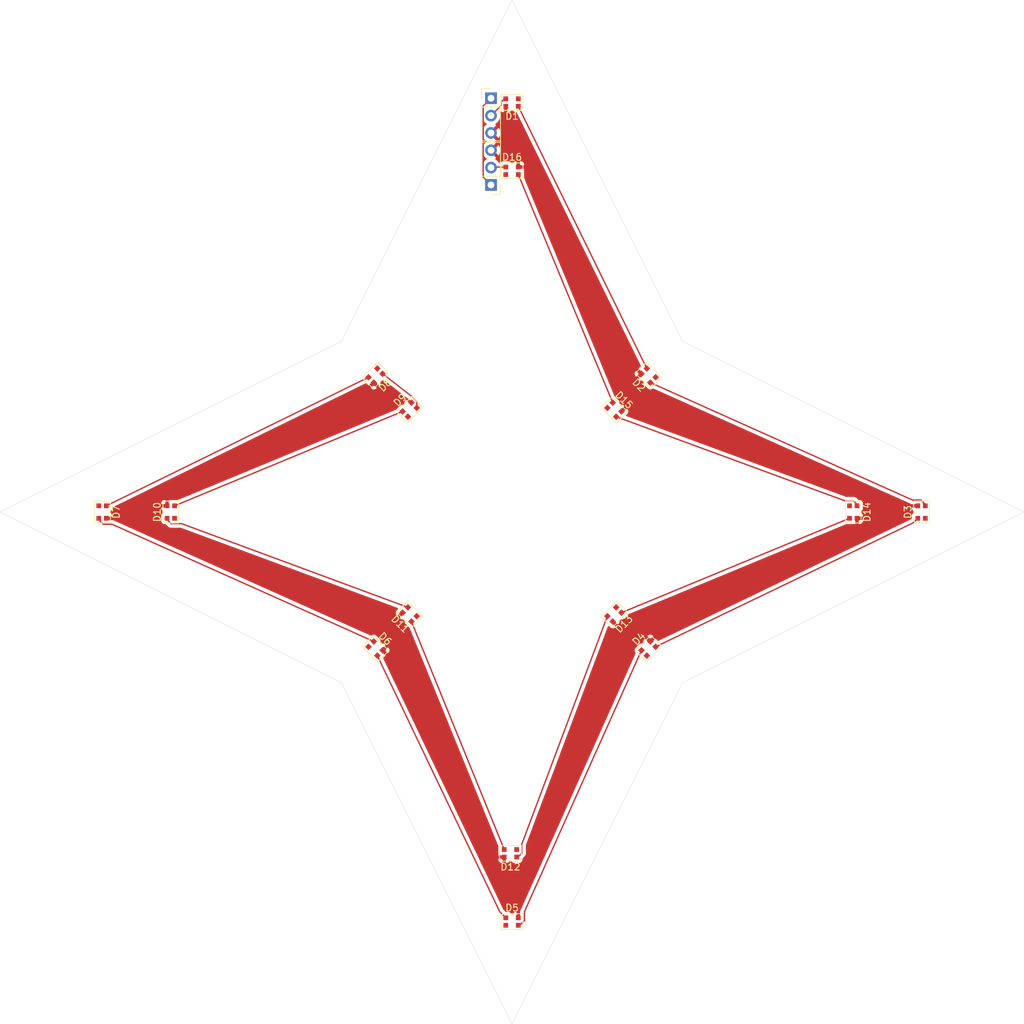
<source format=kicad_pcb>
(kicad_pcb (version 20241229) (generator "pcbnew") (generator_version "9.0")
  (layers (0 "F.Cu" signal) (2 "B.Cu" signal) (13 "F.Paste" user) (15 "B.Paste" user) (5 "F.SilkS" user "F.Silkscreen") (7 "B.SilkS" user "B.Silkscreen") (1 "F.Mask" user) (3 "B.Mask" user) (25 "Edge.Cuts" user))
  (net 0 "")
  (net 1 "GND")
  (net 2 "VDD")
  (net 3 "Net-(D1-DOUT)")
  (net 4 "Net-(D2-DOUT)")
  (net 5 "Net-(D3-DOUT)")
  (net 6 "Net-(D4-DOUT)")
  (net 7 "Net-(D5-DOUT)")
  (net 8 "Net-(D6-DOUT)")
  (net 9 "Net-(D7-DOUT)")
  (net 10 "Net-(D1-DIN)")
  (net 11 "Net-(D8-DOUT)")
  (net 12 "Net-(D10-DIN)")
  (net 13 "Net-(D10-DOUT)")
  (net 14 "Net-(D11-DOUT)")
  (net 15 "Net-(D12-DOUT)")
  (net 16 "Net-(D13-DOUT)")
  (net 17 "Net-(D14-DOUT)")
  (net 18 "Net-(D15-DOUT)")
  (net 19 "Net-(D16-DOUT)")
  (footprint "LED_SMD:LED_WS2812B-2020_PLCC4_2.0x2.0mm" (layer "F.Cu") (at 124.765 150 180)
    (property "Reference" "D12" (at 0 -2 0) (layer "F.SilkS"))
    (property "Value" "WS2812B-2020" (hide yes))
    (fp_line (start 1.6 -1.15) (end 1.6 1.15) (stroke (width 0.12)) (layer "F.SilkS"))
    (fp_line (start -1.3 -1.15) (end 1.6 -1.15) (stroke (width 0.12)) (layer "F.SilkS"))
    (fp_line (start -1.3 -1.15) (end -1.6 -0.85) (stroke (width 0.12)) (layer "F.SilkS"))
    (fp_line (start -1.6 1.15) (end 1.6 1.15) (stroke (width 0.12)) (layer "F.SilkS"))
    (fp_line (start -1.6 1.15) (end -1.6 -0.85) (stroke (width 0.12)) (layer "F.SilkS"))
    (pad "1" smd rect (at -0.915 -0.55 180) (size 0.7 0.7) (layers "F.Cu" "F.Mask" "F.Paste") (net 15 "Net-(D12-DOUT)"))
    (pad "2" smd rect (at -0.915 0.55 180) (size 0.7 0.7) (layers "F.Cu" "F.Mask" "F.Paste") (net 1 "GND"))
    (pad "3" smd rect (at 0.915 0.55 180) (size 0.7 0.7) (layers "F.Cu" "F.Mask" "F.Paste") (net 14 "Net-(D11-DOUT)"))
    (pad "4" smd rect (at 0.915 -0.55 180) (size 0.7 0.7) (layers "F.Cu" "F.Mask" "F.Paste") (net 2 "VDD"))
  )
  (footprint "LED_SMD:LED_WS2812B-2020_PLCC4_2.0x2.0mm" (layer "F.Cu") (at 110 85 45)
    (property "Reference" "D9" (at 0 -2.000001 45) (layer "F.SilkS"))
    (property "Value" "WS2812B-2020" (hide yes))
    (fp_line (start -1.3 -1.15) (end -1.6 -0.85) (stroke (width 0.12)) (layer "F.SilkS"))
    (fp_line (start -1.3 -1.15) (end 1.6 -1.15) (stroke (width 0.12)) (layer "F.SilkS"))
    (fp_line (start -1.6 1.15) (end -1.6 -0.85) (stroke (width 0.12)) (layer "F.SilkS"))
    (fp_line (start -1.6 1.15) (end 1.6 1.15) (stroke (width 0.12)) (layer "F.SilkS"))
    (fp_line (start 1.6 -1.15) (end 1.6 1.15) (stroke (width 0.12)) (layer "F.SilkS"))
    (pad "1" smd rect (at -0.915 -0.55 45) (size 0.7 0.7) (layers "F.Cu" "F.Mask" "F.Paste") (net 12 "Net-(D10-DIN)"))
    (pad "2" smd rect (at -0.915 0.55 45) (size 0.7 0.7) (layers "F.Cu" "F.Mask" "F.Paste") (net 1 "GND"))
    (pad "3" smd rect (at 0.915 0.55 45) (size 0.7 0.7) (layers "F.Cu" "F.Mask" "F.Paste") (net 11 "Net-(D8-DOUT)"))
    (pad "4" smd rect (at 0.915 -0.55 45) (size 0.7 0.7) (layers "F.Cu" "F.Mask" "F.Paste") (net 2 "VDD"))
  )
  (footprint "LED_SMD:LED_WS2812B-2020_PLCC4_2.0x2.0mm" (layer "F.Cu") (at 145 120 45)
    (property "Reference" "D4" (at 0 -2.000001 45) (layer "F.SilkS"))
    (property "Value" "WS2812B-2020" (hide yes))
    (fp_line (start -1.3 -1.15) (end -1.6 -0.85) (stroke (width 0.12)) (layer "F.SilkS"))
    (fp_line (start -1.3 -1.15) (end 1.6 -1.15) (stroke (width 0.12)) (layer "F.SilkS"))
    (fp_line (start -1.6 1.15) (end -1.6 -0.85) (stroke (width 0.12)) (layer "F.SilkS"))
    (fp_line (start -1.6 1.15) (end 1.6 1.15) (stroke (width 0.12)) (layer "F.SilkS"))
    (fp_line (start 1.6 -1.15) (end 1.6 1.15) (stroke (width 0.12)) (layer "F.SilkS"))
    (pad "1" smd rect (at -0.915 -0.55 45) (size 0.7 0.7) (layers "F.Cu" "F.Mask" "F.Paste") (net 6 "Net-(D4-DOUT)"))
    (pad "2" smd rect (at -0.915 0.55 45) (size 0.7 0.7) (layers "F.Cu" "F.Mask" "F.Paste") (net 1 "GND"))
    (pad "3" smd rect (at 0.915 0.55 45) (size 0.7 0.7) (layers "F.Cu" "F.Mask" "F.Paste") (net 5 "Net-(D3-DOUT)"))
    (pad "4" smd rect (at 0.915 -0.55 45) (size 0.7 0.7) (layers "F.Cu" "F.Mask" "F.Paste") (net 2 "VDD"))
  )
  (footprint "LED_SMD:LED_WS2812B-2020_PLCC4_2.0x2.0mm" (layer "F.Cu") (at 125 40 180)
    (property "Reference" "D1" (at 0 -2 0) (layer "F.SilkS"))
    (property "Value" "WS2812B-2020" (hide yes))
    (fp_line (start 1.6 -1.15) (end 1.6 1.15) (stroke (width 0.12)) (layer "F.SilkS"))
    (fp_line (start -1.3 -1.15) (end 1.6 -1.15) (stroke (width 0.12)) (layer "F.SilkS"))
    (fp_line (start -1.3 -1.15) (end -1.6 -0.85) (stroke (width 0.12)) (layer "F.SilkS"))
    (fp_line (start -1.6 1.15) (end 1.6 1.15) (stroke (width 0.12)) (layer "F.SilkS"))
    (fp_line (start -1.6 1.15) (end -1.6 -0.85) (stroke (width 0.12)) (layer "F.SilkS"))
    (pad "1" smd rect (at -0.915 -0.55 180) (size 0.7 0.7) (layers "F.Cu" "F.Mask" "F.Paste") (net 3 "Net-(D1-DOUT)"))
    (pad "2" smd rect (at -0.915 0.55 180) (size 0.7 0.7) (layers "F.Cu" "F.Mask" "F.Paste") (net 1 "GND"))
    (pad "3" smd rect (at 0.915 0.55 180) (size 0.7 0.7) (layers "F.Cu" "F.Mask" "F.Paste") (net 10 "Net-(D1-DIN)"))
    (pad "4" smd rect (at 0.915 -0.55 180) (size 0.7 0.7) (layers "F.Cu" "F.Mask" "F.Paste") (net 2 "VDD"))
  )
  (footprint "LED_SMD:LED_WS2812B-2020_PLCC4_2.0x2.0mm" (layer "F.Cu") (at 175 100 -90)
    (property "Reference" "D14" (at 0 -2 90) (layer "F.SilkS"))
    (property "Value" "WS2812B-2020" (hide yes))
    (fp_line (start -1.6 1.15) (end 1.6 1.15) (stroke (width 0.12)) (layer "F.SilkS"))
    (fp_line (start -1.6 1.15) (end -1.6 -0.85) (stroke (width 0.12)) (layer "F.SilkS"))
    (fp_line (start -1.3 -1.15) (end -1.6 -0.85) (stroke (width 0.12)) (layer "F.SilkS"))
    (fp_line (start -1.3 -1.15) (end 1.6 -1.15) (stroke (width 0.12)) (layer "F.SilkS"))
    (fp_line (start 1.6 -1.15) (end 1.6 1.15) (stroke (width 0.12)) (layer "F.SilkS"))
    (pad "1" smd rect (at -0.915 -0.55 270) (size 0.7 0.7) (layers "F.Cu" "F.Mask" "F.Paste") (net 17 "Net-(D14-DOUT)"))
    (pad "2" smd rect (at -0.915 0.55 270) (size 0.7 0.7) (layers "F.Cu" "F.Mask" "F.Paste") (net 1 "GND"))
    (pad "3" smd rect (at 0.915 0.55 270) (size 0.7 0.7) (layers "F.Cu" "F.Mask" "F.Paste") (net 16 "Net-(D13-DOUT)"))
    (pad "4" smd rect (at 0.915 -0.55 270) (size 0.7 0.7) (layers "F.Cu" "F.Mask" "F.Paste") (net 2 "VDD"))
  )
  (footprint "LED_SMD:LED_WS2812B-2020_PLCC4_2.0x2.0mm" (layer "F.Cu") (at 110 115 135)
    (property "Reference" "D11" (at 0 -2.000001 135) (layer "F.SilkS"))
    (property "Value" "WS2812B-2020" (hide yes))
    (fp_line (start 1.6 -1.15) (end 1.6 1.15) (stroke (width 0.12)) (layer "F.SilkS"))
    (fp_line (start -1.3 -1.15) (end 1.6 -1.15) (stroke (width 0.12)) (layer "F.SilkS"))
    (fp_line (start -1.3 -1.15) (end -1.6 -0.85) (stroke (width 0.12)) (layer "F.SilkS"))
    (fp_line (start -1.6 1.15) (end 1.6 1.15) (stroke (width 0.12)) (layer "F.SilkS"))
    (fp_line (start -1.6 1.15) (end -1.6 -0.85) (stroke (width 0.12)) (layer "F.SilkS"))
    (pad "1" smd rect (at -0.915 -0.55 135) (size 0.7 0.7) (layers "F.Cu" "F.Mask" "F.Paste") (net 14 "Net-(D11-DOUT)"))
    (pad "2" smd rect (at -0.915 0.55 135) (size 0.7 0.7) (layers "F.Cu" "F.Mask" "F.Paste") (net 1 "GND"))
    (pad "3" smd rect (at 0.915 0.55 135) (size 0.7 0.7) (layers "F.Cu" "F.Mask" "F.Paste") (net 13 "Net-(D10-DOUT)"))
    (pad "4" smd rect (at 0.915 -0.55 135) (size 0.7 0.7) (layers "F.Cu" "F.Mask" "F.Paste") (net 2 "VDD"))
  )
  (footprint "LED_SMD:LED_WS2812B-2020_PLCC4_2.0x2.0mm" (layer "F.Cu") (at 185 100 90)
    (property "Reference" "D3" (at 0 -2 90) (layer "F.SilkS"))
    (property "Value" "WS2812B-2020" (hide yes))
    (fp_line (start 1.6 -1.15) (end 1.6 1.15) (stroke (width 0.12)) (layer "F.SilkS"))
    (fp_line (start -1.3 -1.15) (end 1.6 -1.15) (stroke (width 0.12)) (layer "F.SilkS"))
    (fp_line (start -1.3 -1.15) (end -1.6 -0.85) (stroke (width 0.12)) (layer "F.SilkS"))
    (fp_line (start -1.6 1.15) (end -1.6 -0.85) (stroke (width 0.12)) (layer "F.SilkS"))
    (fp_line (start -1.6 1.15) (end 1.6 1.15) (stroke (width 0.12)) (layer "F.SilkS"))
    (pad "1" smd rect (at -0.915 -0.55 90) (size 0.7 0.7) (layers "F.Cu" "F.Mask" "F.Paste") (net 5 "Net-(D3-DOUT)"))
    (pad "2" smd rect (at -0.915 0.55 90) (size 0.7 0.7) (layers "F.Cu" "F.Mask" "F.Paste") (net 1 "GND"))
    (pad "3" smd rect (at 0.915 0.55 90) (size 0.7 0.7) (layers "F.Cu" "F.Mask" "F.Paste") (net 4 "Net-(D2-DOUT)"))
    (pad "4" smd rect (at 0.915 -0.55 90) (size 0.7 0.7) (layers "F.Cu" "F.Mask" "F.Paste") (net 2 "VDD"))
  )
  (footprint "Connector_PinHeader_2.54mm:PinHeader_1x03_P2.54mm_Vertical" (layer "F.Cu") (at 121.92 52.07 180)
    (property "Reference" "J2" (hide yes))
    (property "Value" "Conn_01x03_Pin" (hide yes))
    (fp_line (start 1.38 1.27) (end 1.38 6.46) (stroke (width 0.12)) (layer "F.SilkS"))
    (fp_line (start -1.379999 0) (end -1.38 -1.38) (stroke (width 0.12)) (layer "F.SilkS"))
    (fp_line (start -1.38 6.46) (end 1.38 6.46) (stroke (width 0.12)) (layer "F.SilkS"))
    (fp_line (start -1.38 1.27) (end 1.38 1.27) (stroke (width 0.12)) (layer "F.SilkS"))
    (fp_line (start -1.38 1.27) (end -1.38 6.46) (stroke (width 0.12)) (layer "F.SilkS"))
    (fp_line (start -1.38 -1.38) (end 0 -1.379999) (stroke (width 0.12)) (layer "F.SilkS"))
    (pad "1" thru_hole rect (at 0 0 180) (size 1.7 1.7) (drill 1) (layers "*.Cu" "*.Mask") (net 1 "GND"))
    (pad "2" thru_hole circle (at 0 2.54 180) (size 1.7 1.7) (drill 1) (layers "*.Cu" "*.Mask") (net 19 "Net-(D16-DOUT)"))
    (pad "3" thru_hole circle (at 0 5.079999 180) (size 1.7 1.7) (drill 1) (layers "*.Cu" "*.Mask") (net 2 "VDD"))
  )
  (footprint "LED_SMD:LED_WS2812B-2020_PLCC4_2.0x2.0mm" (layer "F.Cu") (at 105 80 -135)
    (property "Reference" "D8" (at 0 -2.000001 225) (layer "F.SilkS"))
    (property "Value" "WS2812B-2020" (hide yes))
    (fp_line (start 1.6 -1.15) (end 1.6 1.15) (stroke (width 0.12)) (layer "F.SilkS"))
    (fp_line (start -1.6 1.15) (end 1.6 1.15) (stroke (width 0.12)) (layer "F.SilkS"))
    (fp_line (start -1.6 1.15) (end -1.6 -0.85) (stroke (width 0.12)) (layer "F.SilkS"))
    (fp_line (start -1.3 -1.15) (end 1.6 -1.15) (stroke (width 0.12)) (layer "F.SilkS"))
    (fp_line (start -1.3 -1.15) (end -1.6 -0.85) (stroke (width 0.12)) (layer "F.SilkS"))
    (pad "1" smd rect (at -0.915 -0.55 225) (size 0.7 0.7) (layers "F.Cu" "F.Mask" "F.Paste") (net 11 "Net-(D8-DOUT)"))
    (pad "2" smd rect (at -0.915 0.55 225) (size 0.7 0.7) (layers "F.Cu" "F.Mask" "F.Paste") (net 1 "GND"))
    (pad "3" smd rect (at 0.915 0.55 225) (size 0.7 0.7) (layers "F.Cu" "F.Mask" "F.Paste") (net 9 "Net-(D7-DOUT)"))
    (pad "4" smd rect (at 0.915 -0.55 225) (size 0.7 0.7) (layers "F.Cu" "F.Mask" "F.Paste") (net 2 "VDD"))
  )
  (footprint "LED_SMD:LED_WS2812B-2020_PLCC4_2.0x2.0mm" (layer "F.Cu") (at 140 115 -135)
    (property "Reference" "D13" (at 0 -2.000001 45) (layer "F.SilkS"))
    (property "Value" "WS2812B-2020" (hide yes))
    (fp_line (start 1.6 -1.15) (end 1.6 1.15) (stroke (width 0.12)) (layer "F.SilkS"))
    (fp_line (start -1.6 1.15) (end 1.6 1.15) (stroke (width 0.12)) (layer "F.SilkS"))
    (fp_line (start -1.6 1.15) (end -1.6 -0.85) (stroke (width 0.12)) (layer "F.SilkS"))
    (fp_line (start -1.3 -1.15) (end 1.6 -1.15) (stroke (width 0.12)) (layer "F.SilkS"))
    (fp_line (start -1.3 -1.15) (end -1.6 -0.85) (stroke (width 0.12)) (layer "F.SilkS"))
    (pad "1" smd rect (at -0.915 -0.55 225) (size 0.7 0.7) (layers "F.Cu" "F.Mask" "F.Paste") (net 16 "Net-(D13-DOUT)"))
    (pad "2" smd rect (at -0.915 0.55 225) (size 0.7 0.7) (layers "F.Cu" "F.Mask" "F.Paste") (net 1 "GND"))
    (pad "3" smd rect (at 0.915 0.55 225) (size 0.7 0.7) (layers "F.Cu" "F.Mask" "F.Paste") (net 15 "Net-(D12-DOUT)"))
    (pad "4" smd rect (at 0.915 -0.55 225) (size 0.7 0.7) (layers "F.Cu" "F.Mask" "F.Paste") (net 2 "VDD"))
  )
  (footprint "LED_SMD:LED_WS2812B-2020_PLCC4_2.0x2.0mm" (layer "F.Cu") (at 125 50)
    (property "Reference" "D16" (at 0 -2 0) (layer "F.SilkS"))
    (property "Value" "WS2812B-2020" (hide yes))
    (fp_line (start -1.6 1.15) (end -1.6 -0.85) (stroke (width 0.12)) (layer "F.SilkS"))
    (fp_line (start -1.6 1.15) (end 1.6 1.15) (stroke (width 0.12)) (layer "F.SilkS"))
    (fp_line (start -1.3 -1.15) (end -1.6 -0.85) (stroke (width 0.12)) (layer "F.SilkS"))
    (fp_line (start -1.3 -1.15) (end 1.6 -1.15) (stroke (width 0.12)) (layer "F.SilkS"))
    (fp_line (start 1.6 -1.15) (end 1.6 1.15) (stroke (width 0.12)) (layer "F.SilkS"))
    (pad "1" smd rect (at -0.915 -0.55) (size 0.7 0.7) (layers "F.Cu" "F.Mask" "F.Paste") (net 19 "Net-(D16-DOUT)"))
    (pad "2" smd rect (at -0.915 0.55) (size 0.7 0.7) (layers "F.Cu" "F.Mask" "F.Paste") (net 1 "GND"))
    (pad "3" smd rect (at 0.915 0.55) (size 0.7 0.7) (layers "F.Cu" "F.Mask" "F.Paste") (net 18 "Net-(D15-DOUT)"))
    (pad "4" smd rect (at 0.915 -0.55) (size 0.7 0.7) (layers "F.Cu" "F.Mask" "F.Paste") (net 2 "VDD"))
  )
  (footprint "LED_SMD:LED_WS2812B-2020_PLCC4_2.0x2.0mm" (layer "F.Cu") (at 105 120 -45)
    (property "Reference" "D6" (at 0 -2.000001 315) (layer "F.SilkS"))
    (property "Value" "WS2812B-2020" (hide yes))
    (fp_line (start -1.6 1.15) (end -1.6 -0.85) (stroke (width 0.12)) (layer "F.SilkS"))
    (fp_line (start -1.6 1.15) (end 1.6 1.15) (stroke (width 0.12)) (layer "F.SilkS"))
    (fp_line (start -1.3 -1.15) (end -1.6 -0.85) (stroke (width 0.12)) (layer "F.SilkS"))
    (fp_line (start -1.3 -1.15) (end 1.6 -1.15) (stroke (width 0.12)) (layer "F.SilkS"))
    (fp_line (start 1.6 -1.15) (end 1.6 1.15) (stroke (width 0.12)) (layer "F.SilkS"))
    (pad "1" smd rect (at -0.915 -0.55 315) (size 0.7 0.7) (layers "F.Cu" "F.Mask" "F.Paste") (net 8 "Net-(D6-DOUT)"))
    (pad "2" smd rect (at -0.915 0.55 315) (size 0.7 0.7) (layers "F.Cu" "F.Mask" "F.Paste") (net 1 "GND"))
    (pad "3" smd rect (at 0.915 0.55 315) (size 0.7 0.7) (layers "F.Cu" "F.Mask" "F.Paste") (net 7 "Net-(D5-DOUT)"))
    (pad "4" smd rect (at 0.915 -0.55 315) (size 0.7 0.7) (layers "F.Cu" "F.Mask" "F.Paste") (net 2 "VDD"))
  )
  (footprint "LED_SMD:LED_WS2812B-2020_PLCC4_2.0x2.0mm" (layer "F.Cu") (at 65 100 -90)
    (property "Reference" "D7" (at 0 -2 90) (layer "F.SilkS"))
    (property "Value" "WS2812B-2020" (hide yes))
    (fp_line (start -1.6 1.15) (end 1.6 1.15) (stroke (width 0.12)) (layer "F.SilkS"))
    (fp_line (start -1.6 1.15) (end -1.6 -0.85) (stroke (width 0.12)) (layer "F.SilkS"))
    (fp_line (start -1.3 -1.15) (end -1.6 -0.85) (stroke (width 0.12)) (layer "F.SilkS"))
    (fp_line (start -1.3 -1.15) (end 1.6 -1.15) (stroke (width 0.12)) (layer "F.SilkS"))
    (fp_line (start 1.6 -1.15) (end 1.6 1.15) (stroke (width 0.12)) (layer "F.SilkS"))
    (pad "1" smd rect (at -0.915 -0.55 270) (size 0.7 0.7) (layers "F.Cu" "F.Mask" "F.Paste") (net 9 "Net-(D7-DOUT)"))
    (pad "2" smd rect (at -0.915 0.55 270) (size 0.7 0.7) (layers "F.Cu" "F.Mask" "F.Paste") (net 1 "GND"))
    (pad "3" smd rect (at 0.915 0.55 270) (size 0.7 0.7) (layers "F.Cu" "F.Mask" "F.Paste") (net 8 "Net-(D6-DOUT)"))
    (pad "4" smd rect (at 0.915 -0.55 270) (size 0.7 0.7) (layers "F.Cu" "F.Mask" "F.Paste") (net 2 "VDD"))
  )
  (footprint "LED_SMD:LED_WS2812B-2020_PLCC4_2.0x2.0mm" (layer "F.Cu") (at 125 160)
    (property "Reference" "D5" (at 0 -2 0) (layer "F.SilkS"))
    (property "Value" "WS2812B-2020" (hide yes))
    (fp_line (start -1.6 1.15) (end -1.6 -0.85) (stroke (width 0.12)) (layer "F.SilkS"))
    (fp_line (start -1.6 1.15) (end 1.6 1.15) (stroke (width 0.12)) (layer "F.SilkS"))
    (fp_line (start -1.3 -1.15) (end -1.6 -0.85) (stroke (width 0.12)) (layer "F.SilkS"))
    (fp_line (start -1.3 -1.15) (end 1.6 -1.15) (stroke (width 0.12)) (layer "F.SilkS"))
    (fp_line (start 1.6 -1.15) (end 1.6 1.15) (stroke (width 0.12)) (layer "F.SilkS"))
    (pad "1" smd rect (at -0.915 -0.55) (size 0.7 0.7) (layers "F.Cu" "F.Mask" "F.Paste") (net 7 "Net-(D5-DOUT)"))
    (pad "2" smd rect (at -0.915 0.55) (size 0.7 0.7) (layers "F.Cu" "F.Mask" "F.Paste") (net 1 "GND"))
    (pad "3" smd rect (at 0.915 0.55) (size 0.7 0.7) (layers "F.Cu" "F.Mask" "F.Paste") (net 6 "Net-(D4-DOUT)"))
    (pad "4" smd rect (at 0.915 -0.55) (size 0.7 0.7) (layers "F.Cu" "F.Mask" "F.Paste") (net 2 "VDD"))
  )
  (footprint "LED_SMD:LED_WS2812B-2020_PLCC4_2.0x2.0mm" (layer "F.Cu") (at 140 85 -45)
    (property "Reference" "D15" (at 0 -2.000001 135) (layer "F.SilkS"))
    (property "Value" "WS2812B-2020" (hide yes))
    (fp_line (start -1.6 1.15) (end -1.6 -0.85) (stroke (width 0.12)) (layer "F.SilkS"))
    (fp_line (start -1.6 1.15) (end 1.6 1.15) (stroke (width 0.12)) (layer "F.SilkS"))
    (fp_line (start -1.3 -1.15) (end -1.6 -0.85) (stroke (width 0.12)) (layer "F.SilkS"))
    (fp_line (start -1.3 -1.15) (end 1.6 -1.15) (stroke (width 0.12)) (layer "F.SilkS"))
    (fp_line (start 1.6 -1.15) (end 1.6 1.15) (stroke (width 0.12)) (layer "F.SilkS"))
    (pad "1" smd rect (at -0.915 -0.55 315) (size 0.7 0.7) (layers "F.Cu" "F.Mask" "F.Paste") (net 18 "Net-(D15-DOUT)"))
    (pad "2" smd rect (at -0.915 0.55 315) (size 0.7 0.7) (layers "F.Cu" "F.Mask" "F.Paste") (net 1 "GND"))
    (pad "3" smd rect (at 0.915 0.55 315) (size 0.7 0.7) (layers "F.Cu" "F.Mask" "F.Paste") (net 17 "Net-(D14-DOUT)"))
    (pad "4" smd rect (at 0.915 -0.55 315) (size 0.7 0.7) (layers "F.Cu" "F.Mask" "F.Paste") (net 2 "VDD"))
  )
  (footprint "LED_SMD:LED_WS2812B-2020_PLCC4_2.0x2.0mm" (layer "F.Cu") (at 145 80 135)
    (property "Reference" "D2" (at 0 -2.000001 135) (layer "F.SilkS"))
    (property "Value" "WS2812B-2020" (hide yes))
    (fp_line (start 1.6 -1.15) (end 1.6 1.15) (stroke (width 0.12)) (layer "F.SilkS"))
    (fp_line (start -1.3 -1.15) (end 1.6 -1.15) (stroke (width 0.12)) (layer "F.SilkS"))
    (fp_line (start -1.3 -1.15) (end -1.6 -0.85) (stroke (width 0.12)) (layer "F.SilkS"))
    (fp_line (start -1.6 1.15) (end 1.6 1.15) (stroke (width 0.12)) (layer "F.SilkS"))
    (fp_line (start -1.6 1.15) (end -1.6 -0.85) (stroke (width 0.12)) (layer "F.SilkS"))
    (pad "1" smd rect (at -0.915 -0.55 135) (size 0.7 0.7) (layers "F.Cu" "F.Mask" "F.Paste") (net 4 "Net-(D2-DOUT)"))
    (pad "2" smd rect (at -0.915 0.55 135) (size 0.7 0.7) (layers "F.Cu" "F.Mask" "F.Paste") (net 1 "GND"))
    (pad "3" smd rect (at 0.915 0.55 135) (size 0.7 0.7) (layers "F.Cu" "F.Mask" "F.Paste") (net 3 "Net-(D1-DOUT)"))
    (pad "4" smd rect (at 0.915 -0.55 135) (size 0.7 0.7) (layers "F.Cu" "F.Mask" "F.Paste") (net 2 "VDD"))
  )
  (footprint "Connector_PinHeader_2.54mm:PinHeader_1x03_P2.54mm_Vertical" (layer "F.Cu") (at 121.92 39.37)
    (property "Reference" "J1" (hide yes))
    (property "Value" "Conn_01x03_Pin" (hide yes))
    (fp_line (start -1.38 -1.38) (end 0 -1.38) (stroke (width 0.12)) (layer "F.SilkS"))
    (fp_line (start -1.38 0) (end -1.38 -1.38) (stroke (width 0.12)) (layer "F.SilkS"))
    (fp_line (start -1.38 1.27) (end -1.38 6.46) (stroke (width 0.12)) (layer "F.SilkS"))
    (fp_line (start -1.38 1.27) (end 1.38 1.27) (stroke (width 0.12)) (layer "F.SilkS"))
    (fp_line (start -1.38 6.46) (end 1.38 6.46) (stroke (width 0.12)) (layer "F.SilkS"))
    (fp_line (start 1.38 1.27) (end 1.38 6.46) (stroke (width 0.12)) (layer "F.SilkS"))
    (pad "1" thru_hole rect (at 0 0) (size 1.7 1.7) (drill 1) (layers "*.Cu" "*.Mask") (net 1 "GND"))
    (pad "2" thru_hole circle (at 0 2.54) (size 1.7 1.7) (drill 1) (layers "*.Cu" "*.Mask") (net 10 "Net-(D1-DIN)"))
    (pad "3" thru_hole circle (at 0 5.08) (size 1.7 1.7) (drill 1) (layers "*.Cu" "*.Mask") (net 2 "VDD"))
  )
  (footprint "LED_SMD:LED_WS2812B-2020_PLCC4_2.0x2.0mm" (layer "F.Cu") (at 75 100 90)
    (property "Reference" "D10" (at 0 -2 90) (layer "F.SilkS"))
    (property "Value" "WS2812B-2020" (hide yes))
    (fp_line (start 1.6 -1.15) (end 1.6 1.15) (stroke (width 0.12)) (layer "F.SilkS"))
    (fp_line (start -1.3 -1.15) (end 1.6 -1.15) (stroke (width 0.12)) (layer "F.SilkS"))
    (fp_line (start -1.3 -1.15) (end -1.6 -0.85) (stroke (width 0.12)) (layer "F.SilkS"))
    (fp_line (start -1.6 1.15) (end -1.6 -0.85) (stroke (width 0.12)) (layer "F.SilkS"))
    (fp_line (start -1.6 1.15) (end 1.6 1.15) (stroke (width 0.12)) (layer "F.SilkS"))
    (pad "1" smd rect (at -0.915 -0.55 90) (size 0.7 0.7) (layers "F.Cu" "F.Mask" "F.Paste") (net 13 "Net-(D10-DOUT)"))
    (pad "2" smd rect (at -0.915 0.55 90) (size 0.7 0.7) (layers "F.Cu" "F.Mask" "F.Paste") (net 1 "GND"))
    (pad "3" smd rect (at 0.915 0.55 90) (size 0.7 0.7) (layers "F.Cu" "F.Mask" "F.Paste") (net 12 "Net-(D10-DIN)"))
    (pad "4" smd rect (at 0.915 -0.55 90) (size 0.7 0.7) (layers "F.Cu" "F.Mask" "F.Paste") (net 2 "VDD"))
  )
  (gr_poly (pts (xy 125 175) (xy 150 125) (xy 200 100) (xy 150 75) (xy 125 25) (xy 100 75) (xy 50 100) (xy 100 125)) (stroke (width 0.05)) (fill no) (layer "Edge.Cuts"))
  (segment (start 120.769 50.919) (end 121.92 52.07) (width 0.2) (layer "F.Cu") (net 1))
  (segment (start 120.769 40.521) (end 120.769 50.919) (width 0.2) (layer "F.Cu") (net 1))
  (segment (start 121.92 39.37) (end 120.769 40.521) (width 0.2) (layer "F.Cu") (net 1))
  (segment (start 125.915 40.55) (end 144.741906 78.964089) (width 0.2) (layer "F.Cu") (net 3))
  (segment (start 183.68939 98.248449) (end 184.915449 98.248449) (width 0.2) (layer "F.Cu") (net 4))
  (segment (start 185.55 98.883) (end 185.55 99.085) (width 0.2) (layer "F.Cu") (net 4))
  (segment (start 184.915449 98.248449) (end 185.55 98.883) (width 0.2) (layer "F.Cu") (net 4))
  (segment (start 145.258094 81.035911) (end 183.68939 98.248449) (width 0.2) (layer "F.Cu") (net 4))
  (segment (start 184.45 100.915) (end 183.799 101.566) (width 0.2) (layer "F.Cu") (net 5))
  (segment (start 183.799 101.566) (end 146.035911 119.741906) (width 0.2) (layer "F.Cu") (net 5))
  (segment (start 143.964089 120.258094) (end 126.819742 158.550452) (width 0.2) (layer "F.Cu") (net 6))
  (segment (start 126.819742 158.550452) (end 126.819742 159.847258) (width 0.2) (layer "F.Cu") (net 6))
  (segment (start 126.819742 159.847258) (end 126.117 160.55) (width 0.2) (layer "F.Cu") (net 6))
  (segment (start 126.117 160.55) (end 125.915 160.55) (width 0.2) (layer "F.Cu") (net 6))
  (segment (start 123.199 158.564) (end 105.258094 121.035911) (width 0.2) (layer "F.Cu") (net 7))
  (segment (start 124.085 159.45) (end 123.199 158.564) (width 0.2) (layer "F.Cu") (net 7))
  (segment (start 104.741906 118.964089) (end 66.394083 101.789833) (width 0.2) (layer "F.Cu") (net 8))
  (segment (start 66.394083 101.789833) (end 65.122833 101.789833) (width 0.2) (layer "F.Cu") (net 8))
  (segment (start 65.122833 101.789833) (end 64.45 101.117) (width 0.2) (layer "F.Cu") (net 8))
  (segment (start 64.45 101.117) (end 64.45 100.915) (width 0.2) (layer "F.Cu") (net 8))
  (segment (start 65.55 99.085) (end 103.964089 80.258094) (width 0.2) (layer "F.Cu") (net 9))
  (segment (start 123.883 39.45) (end 124.085 39.45) (width 0.2) (layer "F.Cu") (net 10))
  (segment (start 123.434 39.899) (end 123.883 39.45) (width 0.2) (layer "F.Cu") (net 10))
  (segment (start 121.92 41.91) (end 123.434 40.396) (width 0.2) (layer "F.Cu") (net 10))
  (segment (start 123.434 40.396) (end 123.434 39.899) (width 0.2) (layer "F.Cu") (net 10))
  (segment (start 111.054069 83.800827) (end 111.054069 84.723748) (width 0.2) (layer "F.Cu") (net 11))
  (segment (start 106.035911 79.741906) (end 110.30272 83.049478) (width 0.2) (layer "F.Cu") (net 11))
  (segment (start 110.30272 83.049478) (end 111.054069 83.800827) (width 0.2) (layer "F.Cu") (net 11))
  (segment (start 111.054069 84.723748) (end 111.035911 84.741906) (width 0.2) (layer "F.Cu") (net 11))
  (segment (start 108.964089 85.258094) (end 75.55 99.085) (width 0.2) (layer "F.Cu") (net 12))
  (segment (start 74.45 101.117) (end 74.45 100.915) (width 0.2) (layer "F.Cu") (net 13))
  (segment (start 75.031578 101.698578) (end 74.45 101.117) (width 0.2) (layer "F.Cu") (net 13))
  (segment (start 76.568157 101.698578) (end 75.031578 101.698578) (width 0.2) (layer "F.Cu") (net 13))
  (segment (start 109.741906 113.964089) (end 76.568157 101.698578) (width 0.2) (layer "F.Cu") (net 13))
  (segment (start 110.258094 116.035911) (end 123.85 149.45) (width 0.2) (layer "F.Cu") (net 14))
  (segment (start 138.964089 115.258094) (end 126.425548 148.674212) (width 0.2) (layer "F.Cu") (net 15))
  (segment (start 126.425548 150.006452) (end 125.882 150.55) (width 0.2) (layer "F.Cu") (net 15))
  (segment (start 126.425548 148.674212) (end 126.425548 150.006452) (width 0.2) (layer "F.Cu") (net 15))
  (segment (start 125.882 150.55) (end 125.68 150.55) (width 0.2) (layer "F.Cu") (net 15))
  (segment (start 141.035911 114.741906) (end 174.45 100.915) (width 0.2) (layer "F.Cu") (net 16))
  (segment (start 175.55 98.883) (end 175.55 99.085) (width 0.2) (layer "F.Cu") (net 17))
  (segment (start 173.854422 98.383962) (end 175.050962 98.383962) (width 0.2) (layer "F.Cu") (net 17))
  (segment (start 140.258094 86.035911) (end 173.854422 98.383962) (width 0.2) (layer "F.Cu") (net 17))
  (segment (start 175.050962 98.383962) (end 175.55 98.883) (width 0.2) (layer "F.Cu") (net 17))
  (segment (start 139.741906 83.964089) (end 125.915 50.55) (width 0.2) (layer "F.Cu") (net 18))
  (segment (start 122.51 49.45) (end 124.085 49.45) (width 0.2) (layer "F.Cu") (net 19))
  (segment (start 121.92 50.04) (end 122.51 49.45) (width 0.2) (layer "F.Cu") (net 19))
  (zone (net 2) (net_name "VDD") (layer "F.Cu") (priority 1) (connect_pads (clearance 0.5)) (min_thickness 0.25) (fill yes (thermal_gap 0.5) (thermal_bridge_width 0.5))
    (polygon (pts (xy 100 125) (xy 50 100) (xy 100 75) (xy 125 25) (xy 150 75) (xy 200 100) (xy 150 125) (xy 125 175)))
  )
  (zone (net 1) (net_name "GND") (layer "F.Cu") (connect_pads (clearance 0.5)) (min_thickness 0.25) (fill yes (thermal_gap 0.5) (thermal_bridge_width 0.5))
    (polygon (pts (xy 125 25) (xy 150 75) (xy 200 100) (xy 150 125) (xy 125 175) (xy 100 125) (xy 50 100) (xy 100 75)))
  )
)
</source>
